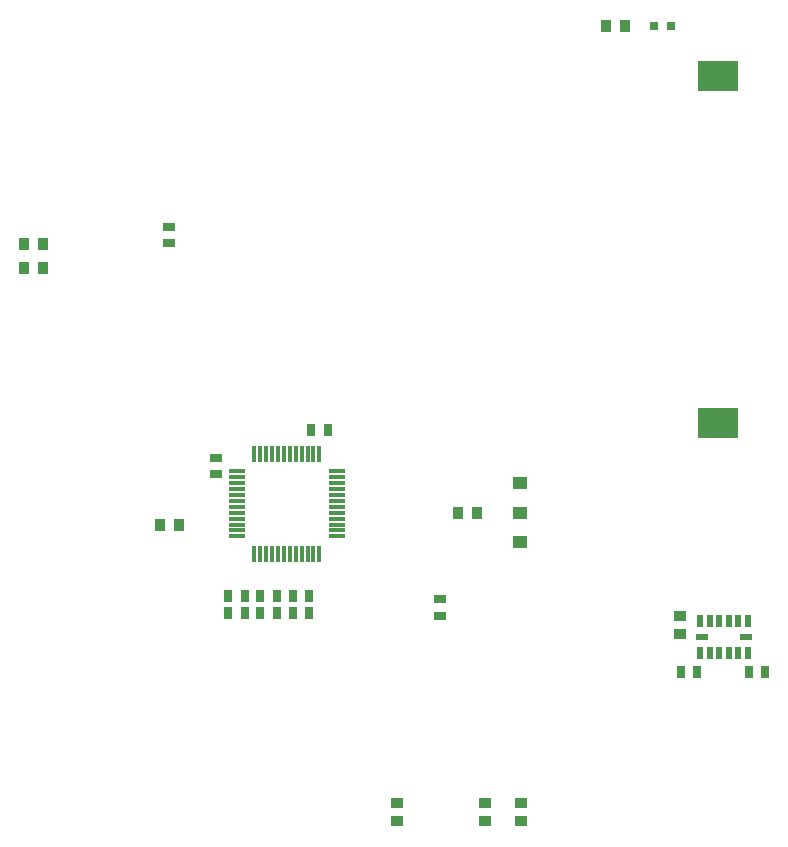
<source format=gbr>
%TF.GenerationSoftware,KiCad,Pcbnew,9.0.6-1.fc43*%
%TF.CreationDate,2025-12-20T07:51:11-05:00*%
%TF.ProjectId,electrical,656c6563-7472-4696-9361-6c2e6b696361,rev?*%
%TF.SameCoordinates,Original*%
%TF.FileFunction,Paste,Bot*%
%TF.FilePolarity,Positive*%
%FSLAX46Y46*%
G04 Gerber Fmt 4.6, Leading zero omitted, Abs format (unit mm)*
G04 Created by KiCad (PCBNEW 9.0.6-1.fc43) date 2025-12-20 07:51:11*
%MOMM*%
%LPD*%
G01*
G04 APERTURE LIST*
%ADD10R,1.200000X1.000000*%
%ADD11R,0.900000X1.000000*%
%ADD12R,0.780000X0.990000*%
%ADD13R,0.508000X1.117600*%
%ADD14R,1.117600X0.508000*%
%ADD15R,1.000000X0.900000*%
%ADD16R,0.990000X0.780000*%
%ADD17R,3.500000X2.600000*%
%ADD18R,1.475000X0.300000*%
%ADD19R,0.300000X1.475000*%
%ADD20R,0.800000X0.800000*%
G04 APERTURE END LIST*
D10*
%TO.C,SW2*%
X166200000Y-104500000D03*
X166200000Y-107000000D03*
X166200000Y-109500000D03*
%TD*%
D11*
%TO.C,R1*%
X173500000Y-65750000D03*
X175100000Y-65750000D03*
%TD*%
D12*
%TO.C,C7*%
X145650000Y-114012000D03*
X144250000Y-114012000D03*
%TD*%
D13*
%TO.C,IC3*%
X185506600Y-118871600D03*
X184693800Y-118871600D03*
X183906400Y-118871600D03*
X183093600Y-118871600D03*
X182306200Y-118871600D03*
X181493400Y-118871600D03*
D14*
X181620400Y-117500000D03*
D13*
X181493400Y-116128400D03*
X182306200Y-116128400D03*
X183093600Y-116128400D03*
X183906400Y-116128400D03*
X184693800Y-116128400D03*
X185506600Y-116128400D03*
D14*
X185379600Y-117500000D03*
%TD*%
D15*
%TO.C,R2*%
X166300000Y-131540000D03*
X166300000Y-133140000D03*
%TD*%
D12*
%TO.C,C5*%
X148400000Y-114012000D03*
X147000000Y-114012000D03*
%TD*%
D15*
%TO.C,R3*%
X163300000Y-133140000D03*
X163300000Y-131540000D03*
%TD*%
D16*
%TO.C,C2*%
X140500000Y-103750000D03*
X140500000Y-102350000D03*
%TD*%
D17*
%TO.C,BT2*%
X183000000Y-70000000D03*
X183000000Y-99400000D03*
%TD*%
D12*
%TO.C,C3*%
X148550000Y-100012000D03*
X149950000Y-100012000D03*
%TD*%
D16*
%TO.C,C21*%
X136500000Y-84200000D03*
X136500000Y-82800000D03*
%TD*%
D12*
%TO.C,C4*%
X141550000Y-115512000D03*
X142950000Y-115512000D03*
%TD*%
%TO.C,C8*%
X144250000Y-115512000D03*
X145650000Y-115512000D03*
%TD*%
D11*
%TO.C,R5*%
X161000000Y-107000000D03*
X162600000Y-107000000D03*
%TD*%
D15*
%TO.C,R4*%
X155800000Y-133140000D03*
X155800000Y-131540000D03*
%TD*%
%TO.C,R9*%
X179750000Y-115700000D03*
X179750000Y-117300000D03*
%TD*%
D16*
%TO.C,C9*%
X159500000Y-114300000D03*
X159500000Y-115700000D03*
%TD*%
D11*
%TO.C,R10*%
X125850000Y-84250000D03*
X124250000Y-84250000D03*
%TD*%
D12*
%TO.C,C11*%
X187000000Y-120500000D03*
X185600000Y-120500000D03*
%TD*%
%TO.C,C10*%
X181250000Y-120500000D03*
X179850000Y-120500000D03*
%TD*%
D11*
%TO.C,R11*%
X125850000Y-86250000D03*
X124250000Y-86250000D03*
%TD*%
D18*
%TO.C,IC1*%
X150738000Y-103500000D03*
X150738000Y-104000000D03*
X150738000Y-104500000D03*
X150738000Y-105000000D03*
X150738000Y-105500000D03*
X150738000Y-106000000D03*
X150738000Y-106500000D03*
X150738000Y-107000000D03*
X150738000Y-107500000D03*
X150738000Y-108000000D03*
X150738000Y-108500000D03*
X150738000Y-109000000D03*
D19*
X149250000Y-110488000D03*
X148750000Y-110488000D03*
X148250000Y-110488000D03*
X147750000Y-110488000D03*
X147250000Y-110488000D03*
X146750000Y-110488000D03*
X146250000Y-110488000D03*
X145750000Y-110488000D03*
X145250000Y-110488000D03*
X144750000Y-110488000D03*
X144250000Y-110488000D03*
X143750000Y-110488000D03*
D18*
X142262000Y-109000000D03*
X142262000Y-108500000D03*
X142262000Y-108000000D03*
X142262000Y-107500000D03*
X142262000Y-107000000D03*
X142262000Y-106500000D03*
X142262000Y-106000000D03*
X142262000Y-105500000D03*
X142262000Y-105000000D03*
X142262000Y-104500000D03*
X142262000Y-104000000D03*
X142262000Y-103500000D03*
D19*
X143750000Y-102012000D03*
X144250000Y-102012000D03*
X144750000Y-102012000D03*
X145250000Y-102012000D03*
X145750000Y-102012000D03*
X146250000Y-102012000D03*
X146750000Y-102012000D03*
X147250000Y-102012000D03*
X147750000Y-102012000D03*
X148250000Y-102012000D03*
X148750000Y-102012000D03*
X149250000Y-102012000D03*
%TD*%
D12*
%TO.C,C1*%
X142950000Y-114012000D03*
X141550000Y-114012000D03*
%TD*%
D11*
%TO.C,R7*%
X135750000Y-108000000D03*
X137350000Y-108000000D03*
%TD*%
D20*
%TO.C,D1*%
X177550000Y-65750000D03*
X179050000Y-65750000D03*
%TD*%
D12*
%TO.C,C6*%
X147000000Y-115512000D03*
X148400000Y-115512000D03*
%TD*%
M02*

</source>
